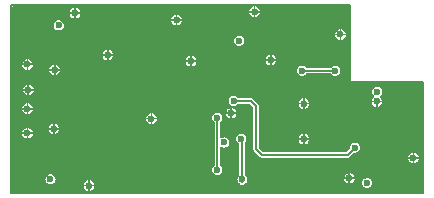
<source format=gbl>
%FSTAX23Y23*%
%MOMM*%
%SFA1B1*%

%IPPOS*%
%ADD27C,0.200000*%
%ADD30C,0.599999*%
%ADD31C,1.015998*%
%ADD55C,0.127000*%
%ADD56C,0.253999*%
%ADD57C,0.507999*%
%ADD58C,2.031996*%
%ADD59C,4.063992*%
%LNusb_dongle_pcb-1*%
%LPD*%
G54D55*
X54186Y41336D02*
Y34836D01*
X60336*
Y25463*
X25463*
Y41336*
X54186*
G54D56*
X54059Y41209D02*
Y34709D01*
X60209*
Y2559*
X2559*
Y41209*
X54059*
G54D57*
X53805Y40955D02*
Y34455D01*
X59955*
Y25844*
X25844*
Y40955*
X53805*
G54D31*
X53297Y40447D02*
Y33947D01*
X59447*
Y26352*
X26352*
Y40447*
X53297*
G54D58*
X52281Y39431D02*
Y32931D01*
X58431*
Y27368*
X27368*
Y39431*
X52281*
G54D59*
X50249Y37399D02*
Y30899D01*
X56399*
Y294*
X294*
Y37399*
X50249*
X29413Y31394D02*
X5019D01*
X29413Y35432D02*
X5019D01*
%LNusb_dongle_pcb-2*%
%LPC*%
G36*
X37793Y31649D02*
X37424D01*
Y3128*
X37467Y31286*
X37576Y31331*
X3767Y31404*
X37743Y31498*
X37788Y31607*
X37793Y31649*
G37*
G36*
X37274D02*
X36905D01*
X36911Y31607*
X36956Y31498*
X37028Y31404*
X37123Y31331*
X37232Y31286*
X37274Y3128*
Y31649*
G37*
G36*
X44024Y32099D02*
X43655D01*
X43661Y32057*
X43706Y31948*
X43779Y31854*
X43873Y31781*
X43982Y31736*
X44024Y3173*
Y32099*
G37*
G36*
X37274Y32168D02*
X37232Y32163D01*
X37123Y32118*
X37028Y32045*
X36956Y31951*
X36911Y31842*
X36905Y31799*
X37274*
Y32168*
G37*
G36*
X44543Y32099D02*
X44174D01*
Y3173*
X44217Y31736*
X44326Y31781*
X4442Y31854*
X44493Y31948*
X44538Y32057*
X44543Y32099*
G37*
G36*
X29149Y31306D02*
Y30937D01*
X29518*
X29513Y30979*
X29468Y31089*
X29395Y31183*
X29301Y31255*
X29192Y313*
X29149Y31306*
G37*
G36*
X29518Y30787D02*
X29149D01*
Y30418*
X29192Y30424*
X29301Y30469*
X29395Y30541*
X29468Y30635*
X29513Y30744*
X29518Y30787*
G37*
G36*
X28999D02*
X2863D01*
X28636Y30744*
X28681Y30635*
X28754Y30541*
X28848Y30469*
X28957Y30424*
X28999Y30418*
Y30787*
G37*
G36*
X26774Y30931D02*
X26732Y30925D01*
X26623Y3088*
X26529Y30808*
X26456Y30714*
X26411Y30604*
X26405Y30562*
X26774*
Y30931*
G37*
G36*
X28999Y31306D02*
X28957Y313D01*
X28848Y31255*
X28754Y31183*
X28681Y31089*
X28636Y30979*
X2863Y30937*
X28999*
Y31306*
G37*
G36*
X26924Y30931D02*
Y30562D01*
X27293*
X27288Y30604*
X27243Y30714*
X2717Y30808*
X27076Y3088*
X26967Y30925*
X26924Y30931*
G37*
G36*
X26774Y33006D02*
X26732Y33D01*
X26623Y32955*
X26529Y32883*
X26456Y32789*
X26411Y32679*
X26405Y32637*
X26774*
Y33006*
G37*
G36*
X50693Y32924D02*
X50324D01*
Y32555*
X50367Y32561*
X50476Y32606*
X5057Y32679*
X50643Y32773*
X50688Y32882*
X50693Y32924*
G37*
G36*
X26924Y33006D02*
Y32637D01*
X27293*
X27288Y32679*
X27243Y32789*
X2717Y32883*
X27076Y32955*
X26967Y33*
X26924Y33006*
G37*
G36*
X56868Y33099D02*
X56499D01*
Y3273*
X56542Y32736*
X56651Y32781*
X56745Y32854*
X56818Y32948*
X56863Y33057*
X56868Y33099*
G37*
G36*
X56349D02*
X5598D01*
X55986Y33057*
X56031Y32948*
X56104Y32854*
X56198Y32781*
X56307Y32736*
X56349Y3273*
Y33099*
G37*
G36*
X50174Y32924D02*
X49805D01*
X49811Y32882*
X49856Y32773*
X49929Y32679*
X50023Y32606*
X50132Y32561*
X50174Y32555*
Y32924*
G37*
G36*
X26774Y32487D02*
X26405D01*
X26411Y32444*
X26456Y32335*
X26529Y32241*
X26623Y32169*
X26732Y32124*
X26774Y32118*
Y32487*
G37*
G36*
X37424Y32168D02*
Y31799D01*
X37793*
X37788Y31842*
X37743Y31951*
X3767Y32045*
X37576Y32118*
X37467Y32163*
X37424Y32168*
G37*
G36*
X27293Y32487D02*
X26924D01*
Y32118*
X26967Y32124*
X27076Y32169*
X2717Y32241*
X27243Y32335*
X27288Y32444*
X27293Y32487*
G37*
G36*
X44174Y32618D02*
Y32249D01*
X44543*
X44538Y32292*
X44493Y32401*
X4442Y32495*
X44326Y32568*
X44217Y32613*
X44174Y32618*
G37*
G36*
X44024D02*
X43982Y32613D01*
X43873Y32568*
X43779Y32495*
X43706Y32401*
X43661Y32292*
X43655Y32249*
X44024*
Y32618*
G37*
G36*
X50324Y30443D02*
Y30074D01*
X50693*
X50688Y30117*
X50643Y30226*
X5057Y3032*
X50476Y30393*
X50367Y30438*
X50324Y30443*
G37*
G36*
X54024Y26599D02*
X53655D01*
X53661Y26557*
X53706Y26448*
X53779Y26354*
X53873Y26281*
X53982Y26236*
X54024Y2623*
Y26599*
G37*
G36*
X28799Y27028D02*
X28689Y27014D01*
X28585Y26971*
X28496Y26903*
X28428Y26814*
X28385Y2671*
X28371Y26599*
X28385Y26488*
X28428Y26385*
X28496Y26296*
X28585Y26228*
X28689Y26185*
X28799Y26171*
X2891Y26185*
X29014Y26228*
X29103Y26296*
X29171Y26385*
X29214Y26488*
X29228Y26599*
X29214Y2671*
X29171Y26814*
X29103Y26903*
X29014Y26971*
X2891Y27014*
X28799Y27028*
G37*
G36*
X54543Y26599D02*
X54174D01*
Y2623*
X54217Y26236*
X54326Y26281*
X5442Y26354*
X54493Y26448*
X54538Y26557*
X54543Y26599*
G37*
G36*
X54174Y27118D02*
Y26749D01*
X54543*
X54538Y26792*
X54493Y26901*
X5442Y26995*
X54326Y27068*
X54217Y27113*
X54174Y27118*
G37*
G36*
X54024D02*
X53982Y27113D01*
X53873Y27068*
X53779Y26995*
X53706Y26901*
X53661Y26792*
X53655Y26749*
X54024*
Y27118*
G37*
G36*
X32124Y26493D02*
Y26124D01*
X32493*
X32488Y26167*
X32443Y26276*
X3237Y2637*
X32276Y26443*
X32167Y26488*
X32124Y26493*
G37*
G36*
X32493Y25974D02*
X32124D01*
Y25605*
X32167Y25611*
X32276Y25656*
X3237Y25729*
X32443Y25823*
X32488Y25932*
X32493Y25974*
G37*
G36*
X31974D02*
X31605D01*
X31611Y25932*
X31656Y25823*
X31729Y25729*
X31823Y25656*
X31932Y25611*
X31974Y25605*
Y25974*
G37*
G36*
X55599Y26703D02*
X55489Y26689D01*
X55385Y26646*
X55296Y26578*
X55228Y26489*
X55185Y26385*
X55171Y26274*
X55185Y26163*
X55228Y2606*
X55296Y25971*
X55385Y25903*
X55489Y2586*
X55599Y25846*
X5571Y2586*
X55814Y25903*
X55903Y25971*
X55971Y2606*
X56014Y26163*
X56028Y26274*
X56014Y26385*
X55971Y26489*
X55903Y26578*
X55814Y26646*
X5571Y26689*
X55599Y26703*
G37*
G36*
X31974Y26493D02*
X31932Y26488D01*
X31823Y26443*
X31729Y2637*
X31656Y26276*
X31611Y26167*
X31605Y26124*
X31974*
Y26493*
G37*
G36*
X44949Y30453D02*
X44839Y30439D01*
X44735Y30396*
X44646Y30328*
X44578Y30239*
X44535Y30135*
X44521Y30024*
X44535Y29913*
X44578Y2981*
X44646Y29721*
X44735Y29653*
X44795Y29628*
Y2694*
X44746Y26903*
X44678Y26814*
X44635Y2671*
X44621Y26599*
X44635Y26488*
X44678Y26385*
X44746Y26296*
X4481Y26247*
X44812Y26237*
X44862Y26162*
X44937Y26113*
X45024Y26095*
X45112Y26113*
X45187Y26162*
X45212Y26187*
X4523Y26214*
X45264Y26228*
X45353Y26296*
X45421Y26385*
X45464Y26488*
X45478Y26599*
X45464Y2671*
X45421Y26814*
X45353Y26903*
X45264Y26971*
X45254Y26975*
Y29723*
X45321Y2981*
X45364Y29913*
X45378Y30024*
X45364Y30135*
X45321Y30239*
X45253Y30328*
X45164Y30396*
X4506Y30439*
X44949Y30453*
G37*
G36*
X50693Y29924D02*
X50324D01*
Y29555*
X50367Y29561*
X50476Y29606*
X5057Y29679*
X50643Y29773*
X50688Y29882*
X50693Y29924*
G37*
G36*
X50174D02*
X49805D01*
X49811Y29882*
X49856Y29773*
X49929Y29679*
X50023Y29606*
X50132Y29561*
X50174Y29555*
Y29924*
G37*
G36*
X26774Y30412D02*
X26405D01*
X26411Y30369*
X26456Y3026*
X26529Y30166*
X26623Y30094*
X26732Y30049*
X26774Y30043*
Y30412*
G37*
G36*
X50174Y30443D02*
X50132Y30438D01*
X50023Y30393*
X49929Y3032*
X49856Y30226*
X49811Y30117*
X49805Y30074*
X50174*
Y30443*
G37*
G36*
X27293Y30412D02*
X26924D01*
Y30043*
X26967Y30049*
X27076Y30094*
X2717Y30166*
X27243Y3026*
X27288Y30369*
X27293Y30412*
G37*
G36*
X42924Y32228D02*
X42813Y32214D01*
X4271Y32171*
X42621Y32103*
X42553Y32014*
X4251Y3191*
X42496Y31799*
X4251Y31689*
X42553Y31585*
X42621Y31496*
X42695Y3144*
Y27734*
X42621Y27678*
X42553Y27589*
X4251Y27485*
X42496Y27374*
X4251Y27263*
X42553Y2716*
X42621Y27071*
X4271Y27003*
X42813Y2696*
X42924Y26946*
X43035Y2696*
X43139Y27003*
X43228Y27071*
X43296Y2716*
X43339Y27263*
X43353Y27374*
X43339Y27485*
X43296Y27589*
X43228Y27678*
X43154Y27734*
Y29279*
X43288Y29345*
X4331Y29328*
X43414Y29285*
X43524Y29271*
X43635Y29285*
X43739Y29328*
X43828Y29396*
X43896Y29485*
X43939Y29589*
X43953Y29699*
X43939Y2981*
X43896Y29914*
X43828Y30003*
X43739Y30071*
X43635Y30114*
X43524Y30128*
X43414Y30114*
X4331Y30071*
X43288Y30054*
X43154Y3012*
Y3144*
X43228Y31496*
X43296Y31585*
X43339Y31689*
X43353Y31799*
X43339Y3191*
X43296Y32014*
X43228Y32103*
X43139Y32171*
X43035Y32214*
X42924Y32228*
G37*
G36*
X59968Y28324D02*
X59599D01*
Y27955*
X59642Y27961*
X59751Y28006*
X59845Y28079*
X59918Y28173*
X59963Y28282*
X59968Y28324*
G37*
G36*
X59449D02*
X5908D01*
X59086Y28282*
X59131Y28173*
X59203Y28079*
X59298Y28006*
X59407Y27961*
X59449Y27955*
Y28324*
G37*
G36*
Y28843D02*
X59407Y28838D01*
X59298Y28793*
X59203Y2872*
X59131Y28626*
X59086Y28517*
X5908Y28474*
X59449*
Y28843*
G37*
G36*
X44299Y33653D02*
X44188Y33639D01*
X44085Y33596*
X43996Y33528*
X43928Y33439*
X43885Y33335*
X43871Y33224*
X43885Y33114*
X43928Y3301*
X43996Y32921*
X44085Y32853*
X44188Y3281*
X44299Y32796*
X4441Y3281*
X44514Y32853*
X44603Y32921*
X44659Y32995*
X45654*
X4597Y32679*
Y29124*
X45988Y29037*
X46037Y28962*
X46512Y28487*
X46587Y28437*
X46601Y28435*
X46674Y2842*
X53949*
X54037Y28437*
X54112Y28487*
X54482Y28858*
X54574Y28846*
X54685Y2886*
X54789Y28903*
X54878Y28971*
X54946Y2906*
X54989Y29163*
X55003Y29274*
X54989Y29385*
X54946Y29489*
X54878Y29578*
X54789Y29646*
X54685Y29689*
X54574Y29703*
X54464Y29689*
X5436Y29646*
X54271Y29578*
X54203Y29489*
X5416Y29385*
X54146Y29274*
X54158Y29182*
X53854Y28879*
X46769*
X46429Y29219*
Y32774*
X46411Y32862*
X46362Y32937*
X45912Y33387*
X45837Y33436*
X45749Y33454*
X44659*
X44603Y33528*
X44514Y33596*
X4441Y33639*
X44299Y33653*
G37*
G36*
X59599Y28843D02*
Y28474D01*
X59968*
X59963Y28517*
X59918Y28626*
X59845Y2872*
X59751Y28793*
X59642Y28838*
X59599Y28843*
G37*
G36*
X53793Y38774D02*
X53424D01*
Y38405*
X53467Y38411*
X53576Y38456*
X5367Y38529*
X53743Y38623*
X53788Y38732*
X53793Y38774*
G37*
G36*
X53274D02*
X52905D01*
X52911Y38732*
X52956Y38623*
X53029Y38529*
X53123Y38456*
X53232Y38411*
X53274Y38405*
Y38774*
G37*
G36*
Y39293D02*
X53232Y39288D01*
X53123Y39243*
X53029Y3917*
X52956Y39076*
X52911Y38967*
X52905Y38924*
X53274*
Y39293*
G37*
G36*
X29499Y40053D02*
X29388Y40039D01*
X29285Y39996*
X29196Y39928*
X29128Y39839*
X29085Y39735*
X29071Y39624*
X29085Y39513*
X29128Y3941*
X29196Y39321*
X29285Y39253*
X29388Y3921*
X29499Y39196*
X2961Y3921*
X29714Y39253*
X29803Y39321*
X29871Y3941*
X29914Y39513*
X29928Y39624*
X29914Y39735*
X29871Y39839*
X29803Y39928*
X29714Y39996*
X2961Y40039*
X29499Y40053*
G37*
G36*
X53424Y39293D02*
Y38924D01*
X53793*
X53788Y38967*
X53743Y39076*
X5367Y3917*
X53576Y39243*
X53467Y39288*
X53424Y39293*
G37*
G36*
X44774Y38753D02*
X44664Y38739D01*
X4456Y38696*
X44471Y38628*
X44403Y38539*
X4436Y38435*
X44346Y38324*
X4436Y38214*
X44403Y3811*
X44471Y38021*
X4456Y37953*
X44664Y3791*
X44774Y37896*
X44885Y3791*
X44989Y37953*
X45078Y38021*
X45146Y3811*
X45189Y38214*
X45203Y38324*
X45189Y38435*
X45146Y38539*
X45078Y38628*
X44989Y38696*
X44885Y38739*
X44774Y38753*
G37*
G36*
X47374Y37118D02*
X47332Y37113D01*
X47223Y37068*
X47129Y36995*
X47056Y36901*
X47011Y36792*
X47005Y36749*
X47374*
Y37118*
G37*
G36*
X40774Y37043D02*
Y36674D01*
X41143*
X41138Y36717*
X41093Y36826*
X4102Y3692*
X40926Y36993*
X40817Y37038*
X40774Y37043*
G37*
G36*
X47524Y37118D02*
Y36749D01*
X47893*
X47888Y36792*
X47843Y36901*
X4777Y36995*
X47676Y37068*
X47567Y37113*
X47524Y37118*
G37*
G36*
X33724Y37543D02*
Y37174D01*
X34093*
X34088Y37217*
X34043Y37326*
X3397Y3742*
X33876Y37493*
X33767Y37538*
X33724Y37543*
G37*
G36*
X33574D02*
X33532Y37538D01*
X33423Y37493*
X33328Y3742*
X33256Y37326*
X33211Y37217*
X33205Y37174*
X33574*
Y37543*
G37*
G36*
X39399Y39999D02*
X3903D01*
X39036Y39957*
X39081Y39848*
X39154Y39754*
X39248Y39681*
X39357Y39636*
X39399Y3963*
Y39999*
G37*
G36*
X30799Y41118D02*
X30757Y41113D01*
X30648Y41068*
X30554Y40995*
X30481Y40901*
X30436Y40792*
X3043Y40749*
X30799*
Y41118*
G37*
G36*
X46518Y40699D02*
X46149D01*
Y4033*
X46192Y40336*
X46301Y40381*
X46395Y40454*
X46468Y40548*
X46513Y40657*
X46518Y40699*
G37*
G36*
X30949Y41118D02*
Y40749D01*
X31318*
X31313Y40792*
X31268Y40901*
X31195Y40995*
X31101Y41068*
X30992Y41113*
X30949Y41118*
G37*
G36*
X46149Y41218D02*
Y40849D01*
X46518*
X46513Y40892*
X46468Y41001*
X46395Y41095*
X46301Y41168*
X46192Y41213*
X46149Y41218*
G37*
G36*
X45999D02*
X45957Y41213D01*
X45848Y41168*
X45754Y41095*
X45681Y41001*
X45636Y40892*
X4563Y40849*
X45999*
Y41218*
G37*
G36*
Y40699D02*
X4563D01*
X45636Y40657*
X45681Y40548*
X45754Y40454*
X45848Y40381*
X45957Y40336*
X45999Y4033*
Y40699*
G37*
G36*
X39399Y40518D02*
X39357Y40513D01*
X39248Y40468*
X39154Y40395*
X39081Y40301*
X39036Y40192*
X3903Y40149*
X39399*
Y40518*
G37*
G36*
X39918Y39999D02*
X39549D01*
Y3963*
X39592Y39636*
X39701Y39681*
X39795Y39754*
X39868Y39848*
X39913Y39957*
X39918Y39999*
G37*
G36*
X39549Y40518D02*
Y40149D01*
X39918*
X39913Y40192*
X39868Y40301*
X39795Y40395*
X39701Y40468*
X39592Y40513*
X39549Y40518*
G37*
G36*
X31318Y40599D02*
X30949D01*
Y4023*
X30992Y40236*
X31101Y40281*
X31195Y40354*
X31268Y40448*
X31313Y40557*
X31318Y40599*
G37*
G36*
X30799D02*
X3043D01*
X30436Y40557*
X30481Y40448*
X30554Y40354*
X30648Y40281*
X30757Y40236*
X30799Y4023*
Y40599*
G37*
G36*
X29074Y35787D02*
X28705D01*
X28711Y35744*
X28756Y35635*
X28829Y35541*
X28923Y35469*
X29032Y35424*
X29074Y35418*
Y35787*
G37*
G36*
X26999Y34606D02*
Y34237D01*
X27368*
X27363Y34279*
X27318Y34389*
X27245Y34483*
X27151Y34555*
X27042Y346*
X26999Y34606*
G37*
G36*
X29593Y35787D02*
X29224D01*
Y35418*
X29267Y35424*
X29376Y35469*
X2947Y35541*
X29543Y35635*
X29588Y35744*
X29593Y35787*
G37*
G36*
X27293Y36237D02*
X26924D01*
Y35868*
X26967Y35874*
X27076Y35919*
X2717Y35991*
X27243Y36085*
X27288Y36194*
X27293Y36237*
G37*
G36*
X26774D02*
X26405D01*
X26411Y36194*
X26456Y36085*
X26529Y35991*
X26623Y35919*
X26732Y35874*
X26774Y35868*
Y36237*
G37*
G36*
X26849Y34606D02*
X26807Y346D01*
X26698Y34555*
X26603Y34483*
X26531Y34389*
X26486Y34279*
X2648Y34237*
X26849*
Y34606*
G37*
G36*
X50324Y33443D02*
Y33074D01*
X50693*
X50688Y33117*
X50643Y33226*
X5057Y3332*
X50476Y33393*
X50367Y33438*
X50324Y33443*
G37*
G36*
X50174D02*
X50132Y33438D01*
X50023Y33393*
X49929Y3332*
X49856Y33226*
X49811Y33117*
X49805Y33074*
X50174*
Y33443*
G37*
G36*
X56474Y34428D02*
X56364Y34414D01*
X5626Y34371*
X56171Y34303*
X56103Y34214*
X5606Y3411*
X56046Y33999*
X5606Y33888*
X56103Y33785*
X56171Y33696*
X56198Y33568*
X56104Y33495*
X56031Y33401*
X55986Y33292*
X5598Y33249*
X56868*
X56863Y33292*
X56818Y33401*
X56745Y33495*
X56743Y33497*
X56728Y33533*
Y33659*
X56778Y33696*
X56846Y33785*
X56889Y33888*
X56903Y33999*
X56889Y3411*
X56846Y34214*
X56778Y34303*
X56689Y34371*
X56585Y34414*
X56474Y34428*
G37*
G36*
X27368Y34087D02*
X26999D01*
Y33718*
X27042Y33724*
X27151Y33769*
X27245Y33841*
X27318Y33935*
X27363Y34044*
X27368Y34087*
G37*
G36*
X26849D02*
X2648D01*
X26486Y34044*
X26531Y33935*
X26603Y33841*
X26698Y33769*
X26807Y33724*
X26849Y33718*
Y34087*
G37*
G36*
X29074Y36306D02*
X29032Y363D01*
X28923Y36255*
X28829Y36183*
X28756Y36089*
X28711Y35979*
X28705Y35937*
X29074*
Y36306*
G37*
G36*
X26924Y36756D02*
Y36387D01*
X27293*
X27288Y36429*
X27243Y36539*
X2717Y36633*
X27076Y36705*
X26967Y3675*
X26924Y36756*
G37*
G36*
X26774D02*
X26732Y3675D01*
X26623Y36705*
X26529Y36633*
X26456Y36539*
X26411Y36429*
X26405Y36387*
X26774*
Y36756*
G37*
G36*
X33574Y37024D02*
X33205D01*
X33211Y36982*
X33256Y36873*
X33328Y36779*
X33423Y36706*
X33532Y36661*
X33574Y36655*
Y37024*
G37*
G36*
X40624Y37043D02*
X40582Y37038D01*
X40473Y36993*
X40379Y3692*
X40306Y36826*
X40261Y36717*
X40255Y36674*
X40624*
Y37043*
G37*
G36*
X34093Y37024D02*
X33724D01*
Y36655*
X33767Y36661*
X33876Y36706*
X3397Y36779*
X34043Y36873*
X34088Y36982*
X34093Y37024*
G37*
G36*
X47893Y36599D02*
X47524D01*
Y3623*
X47567Y36236*
X47676Y36281*
X4777Y36353*
X47843Y36448*
X47888Y36557*
X47893Y36599*
G37*
G36*
X52899Y36203D02*
X52789Y36189D01*
X52685Y36146*
X52596Y36078*
X5254Y36004*
X50459*
X50403Y36078*
X50314Y36146*
X5021Y36189*
X50099Y36203*
X49989Y36189*
X49885Y36146*
X49796Y36078*
X49728Y35989*
X49685Y35885*
X49671Y35774*
X49685Y35664*
X49728Y3556*
X49796Y35471*
X49885Y35403*
X49989Y3536*
X50099Y35346*
X5021Y3536*
X50314Y35403*
X50403Y35471*
X50459Y35545*
X5254*
X52596Y35471*
X52685Y35403*
X52789Y3536*
X52899Y35346*
X5301Y3536*
X53114Y35403*
X53203Y35471*
X53271Y3556*
X53314Y35664*
X53328Y35774*
X53314Y35885*
X53271Y35989*
X53203Y36078*
X53114Y36146*
X5301Y36189*
X52899Y36203*
G37*
G36*
X29224Y36306D02*
Y35937D01*
X29593*
X29588Y35979*
X29543Y36089*
X2947Y36183*
X29376Y36255*
X29267Y363*
X29224Y36306*
G37*
G36*
X40624Y36524D02*
X40255D01*
X40261Y36482*
X40306Y36373*
X40379Y36279*
X40473Y36206*
X40582Y36161*
X40624Y36155*
Y36524*
G37*
G36*
X47374Y36599D02*
X47005D01*
X47011Y36557*
X47056Y36448*
X47129Y36353*
X47223Y36281*
X47332Y36236*
X47374Y3623*
Y36599*
G37*
G36*
X41143Y36524D02*
X40774D01*
Y36155*
X40817Y36161*
X40926Y36206*
X4102Y36279*
X41093Y36373*
X41138Y36482*
X41143Y36524*
G37*
%LNusb_dongle_pcb-3*%
%LPD*%
G54D27*
X45024Y26324D02*
Y29949D01*
X45049Y26349D02*
Y26599D01*
X45024Y26324D02*
X45049Y26349D01*
X50099Y35774D02*
X52899D01*
X44299Y33224D02*
X45749D01*
X46199Y29124D02*
X46674Y28649D01*
X53949*
X54574Y29274*
X45749Y33224D02*
X46199Y32774D01*
Y29124D02*
Y32774D01*
X42924Y27374D02*
Y31799D01*
X44949Y30024D02*
X45024Y29949D01*
G54D30*
X29074Y30862D03*
X26849Y32562D03*
X26924Y34162D03*
X29149Y35862D03*
X26849Y36312D03*
Y30487D03*
X45049Y26599D03*
X53349Y38849D03*
X40699Y36599D03*
X47449Y36674D03*
X44099Y32174D03*
X54099Y26674D03*
X59524Y28399D03*
X32049Y26049D03*
X37349Y31724D03*
X46074Y40774D03*
X39474Y40074D03*
X30874Y40674D03*
X33649Y37099D03*
X50099Y35774D03*
X52899D03*
X55599Y26274D03*
X28799Y26599D03*
X44774Y38324D03*
X44299Y33224D03*
X54574Y29274D03*
X56474Y33999D03*
X29499Y39624D03*
X44949Y30024D03*
X42924Y31799D03*
Y27374D03*
X56424Y33174D03*
X43524Y29699D03*
X50249Y32999D03*
Y29999D03*
M02*
</source>
